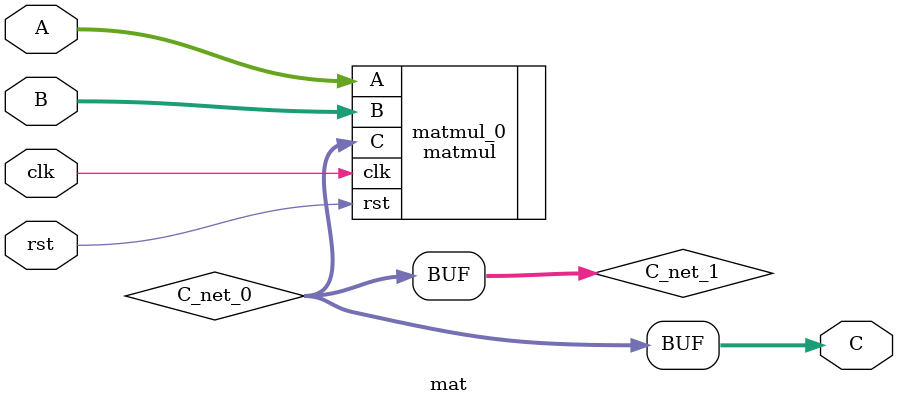
<source format=v>

`timescale 1ns / 100ps

module mat(
    // Inputs
    A,
    B,
    clk,
    rst,
    // Outputs
    C
);

//--------------------------------------------------------------------
// Input
//--------------------------------------------------------------------
input  [31:0] A;
input  [31:0] B;
input         clk;
input         rst;
//--------------------------------------------------------------------
// Output
//--------------------------------------------------------------------
output [31:0] C;
//--------------------------------------------------------------------
// Nets
//--------------------------------------------------------------------
wire   [31:0] A;
wire   [31:0] B;
wire   [31:0] C_net_0;
wire          clk;
wire          rst;
wire   [31:0] C_net_1;
//--------------------------------------------------------------------
// Top level output port assignments
//--------------------------------------------------------------------
assign C_net_1 = C_net_0;
assign C[31:0] = C_net_1;
//--------------------------------------------------------------------
// Component instances
//--------------------------------------------------------------------
//--------matmul
matmul matmul_0(
        // Inputs
        .clk ( clk ),
        .rst ( rst ),
        .A   ( A ),
        .B   ( B ),
        // Outputs
        .C   ( C_net_0 ) 
        );


endmodule

</source>
